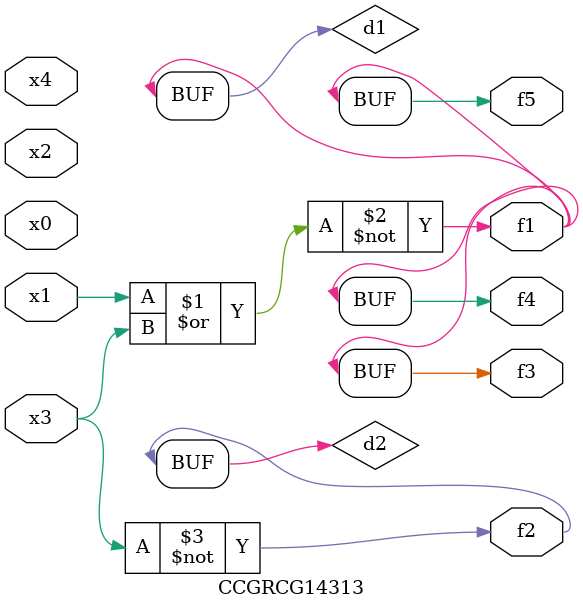
<source format=v>
module CCGRCG14313(
	input x0, x1, x2, x3, x4,
	output f1, f2, f3, f4, f5
);

	wire d1, d2;

	nor (d1, x1, x3);
	not (d2, x3);
	assign f1 = d1;
	assign f2 = d2;
	assign f3 = d1;
	assign f4 = d1;
	assign f5 = d1;
endmodule

</source>
